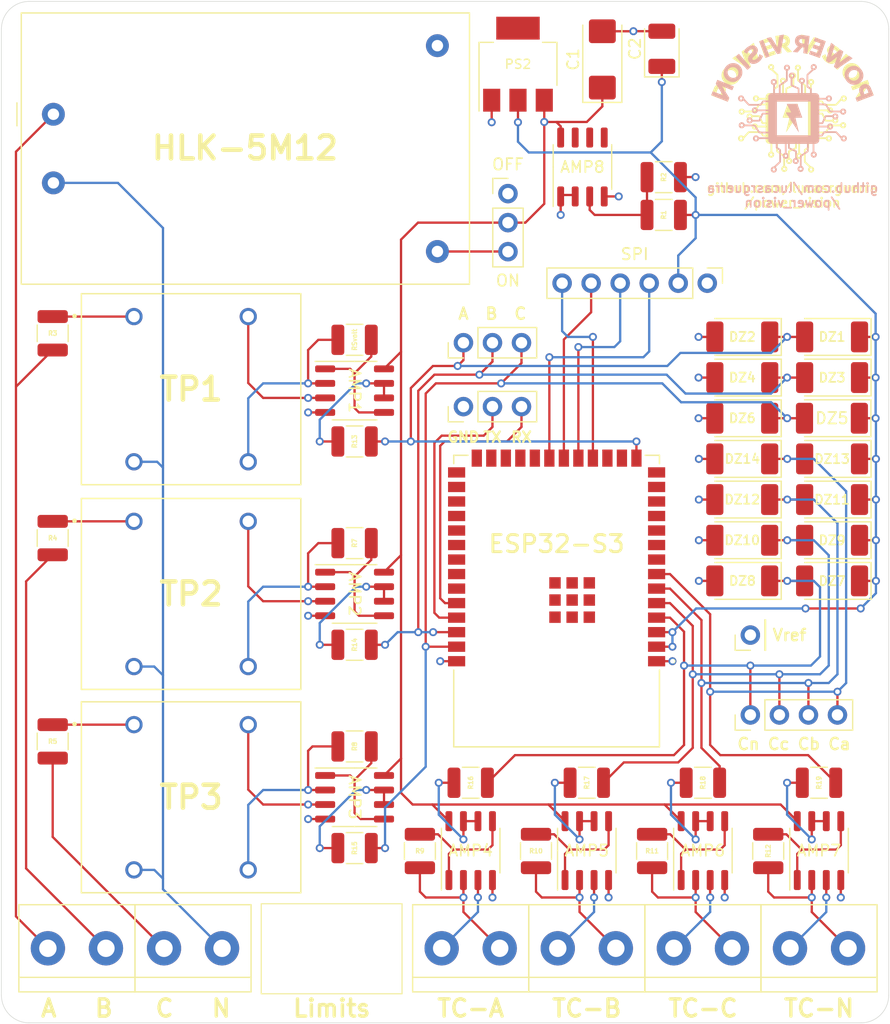
<source format=kicad_pcb>
(kicad_pcb (version 20221018) (generator pcbnew)
  (title_block (title "Power Vision V3.4 PCI") (date "26/06/2024") (rev "1.3") (company "linkedin.com/in/lucasrguerra") (comment 1 "github.com/lucasrguerra/power_vision"))
  (layers (0 "F.Cu" signal) (1 "In1.Cu" power) (2 "In2.Cu" power) (31 "B.Cu" signal) (34 "B.Paste" user) (35 "F.Paste" user) (36 "B.SilkS" user "B.Silkscreen") (37 "F.SilkS" user "F.Silkscreen") (38 "B.Mask" user) (39 "F.Mask" user) (44 "Edge.Cuts" user))
  (net 0 "")
  (net 1 "Line B")
  (net 2 "Line A")
  (net 3 "Neutral")
  (net 4 "Line C")
  (net 5 "Net-(R3-Pad1)")
  (net 6 "Net-(R4-Pad1)")
  (net 7 "Net-(R5-Pad1)")
  (net 8 "Vcc")
  (net 9 "GND")
  (net 10 "Current A")
  (net 11 "Current B")
  (net 12 "Current C")
  (net 13 "Current N")
  (net 14 "TC A-2")
  (net 15 "TC A-1")
  (net 16 "TP A-1")
  (net 17 "TP C-1")
  (net 18 "TP B-1")
  (net 19 "V1.65")
  (net 22 "TC B-2")
  (net 24 "Wave A")
  (net 25 "Wave B")
  (net 26 "Wave C")
  (net 27 "CS")
  (net 28 "MOSI")
  (net 44 "CLK")
  (net 46 "MISO")
  (net 50 "TC N-2")
  (net 51 "UART TX")
  (net 52 "UART RX")
  (net 54 "Vin")
  (net 55 "TC C-2")
  (net 56 "Net-(AMP1B-+)")
  (net 57 "Net-(AMP1B--)")
  (net 58 "Net-(AMP2B-+)")
  (net 59 "Net-(AMP2B--)")
  (net 60 "Net-(AMP3B-+)")
  (net 61 "Net-(AMP3B--)")
  (net 62 "Net-(AMP4B-+)")
  (net 63 "Net-(AMP4B--)")
  (net 64 "Net-(AMP5B-+)")
  (net 65 "Net-(AMP5B--)")
  (net 66 "Net-(AMP6B-+)")
  (net 67 "Net-(AMP6B--)")
  (net 68 "Net-(AMP7B-+)")
  (net 69 "Net-(AMP7B--)")
  (net 80 "Net-(PS1-+Vout)")
  (footprint "Package_SO:SO-8_3.9x4.9mm_P1.27mm" (layer "F.Cu") (at 138.0878 107.275)
    (fp_text reference "AMP3" hide)
    (fp_text value "TL082" hide)
  )
  (footprint "Diode_SMD:D_MELF" (layer "F.Cu") (at 172.0098 77.684 180)
    (fp_text reference "DZ14" hide)
    (fp_text value "3.3V" hide)
  )
  (footprint "Resistor_SMD:R_1210_3225Metric" (layer "F.Cu") (at 143.8028 111.974 -90)
    (fp_text reference "R9" hide)
    (fp_text value "Rcurr" hide)
  )
  (footprint "Package_SO:SO-8_3.9x4.9mm_P1.27mm" (layer "F.Cu") (at 158.0268 52.157 90)
    (fp_text reference "AMP8" hide)
    (fp_text value "TL082" hide)
  )
  (footprint "Diode_SMD:D_MELF" (layer "F.Cu") (at 172.0148 67.016 180)
    (fp_text reference "DZ2" hide)
    (fp_text value "3.3V" hide)
  )
  (footprint "SnapEDA Library:XFMR_ZMPT101B" (layer "F.Cu") (at 123.7838 89.495)
    (fp_text reference "TP2" hide)
    (fp_text value "ZMPT101B" hide)
  )
  (footprint "Resistor_SMD:R_1210_3225Metric" (layer "F.Cu") (at 138.0878 85.05)
    (fp_text reference "R7" hide)
    (fp_text value "RSvolt" hide)
  )
  (footprint "Converter_ACDC:Converter_ACDC_HiLink_HLK-5Mxx" (layer "F.Cu") (at 111.7345 47.546)
    (fp_text reference "PS1" hide)
    (fp_text value "HLK-5M12" hide)
  )
  (footprint "Resistor_SMD:R_1210_3225Metric" (layer "F.Cu") (at 148.2478 106.005 180)
    (fp_text reference "R16" hide)
    (fp_text value "50Ω" hide)
  )
  (footprint "LOGO" (layer "F.Cu") (at 176.402183 46.220535)
    (fp_text reference "G***" hide)
    (fp_text value "LOGO" hide)
  )
  (footprint "SnapEDA Library:XCVR_ESP32-S3-WROOM-2-N32R8V" (layer "F.Cu") (at 155.7658 90.117 180)
    (fp_text reference "MCU1" hide)
    (fp_text value "ESP32-S3-WROOM-1-N16R8" hide)
  )
  (footprint "Package_SO:SO-8_3.9x4.9mm_P1.27mm" (layer "F.Cu") (at 168.5678 111.939 90)
    (fp_text reference "AMP6" hide)
    (fp_text value "TL082" hide)
  )
  (footprint "Diode_SMD:D_MELF" (layer "F.Cu") (at 179.8708 77.684 180)
    (fp_text reference "DZ13" hide)
    (fp_text value "3.3V" hide)
  )
  (footprint "Package_SO:SO-8_3.9x4.9mm_P1.27mm" (layer "F.Cu") (at 148.2478 111.939 90)
    (fp_text reference "AMP4" hide)
    (fp_text value "TL082" hide)
  )
  (footprint "Resistor_SMD:R_1210_3225Metric" (layer "F.Cu") (at 158.4078 106.005 180)
    (fp_text reference "R17" hide)
    (fp_text value "50Ω" hide)
  )
  (footprint "Diode_SMD:D_MELF" (layer "F.Cu") (at 172.0098 74.128 180)
    (fp_text reference "DZ6" hide)
    (fp_text value "3.3V" hide)
  )
  (footprint "Diode_SMD:D_MELF" (layer "F.Cu") (at 179.8578 74.128 180)
    (fp_text reference "DZ5" hide)
    (fp_text value "3.3V" hide)
  )
  (footprint "SnapEDA Library:XFMR_ZMPT101B" (layer "F.Cu") (at 123.7838 71.588)
    (fp_text reference "TP1" hide)
    (fp_text value "ZMPT101B" hide)
  )
  (footprint "TerminalBlock:TerminalBlock_bornier-2_P5.08mm" (layer "F.Cu") (at 176.1878 120.483)
    (fp_text reference "J6" hide)
    (fp_text value "KF301-2P" hide)
  )
  (footprint "Resistor_SMD:R_1210_3225Metric" (layer "F.Cu") (at 111.6718 84.6075 -90)
    (fp_text reference "R4" hide)
    (fp_text value "RPvolt" hide)
  )
  (footprint "SnapEDA Library:XFMR_ZMPT101B" (layer "F.Cu") (at 123.7838 107.275)
    (fp_text reference "TP3" hide)
    (fp_text value "ZMPT101B" hide)
  )
  (footprint "Connector_PinHeader_2.54mm:PinHeader_1x03_P2.54mm_Vertical" (layer "F.Cu") (at 147.6128 73.112 90)
    (fp_text reference "P1" hide)
    (fp_text value "Pin Header" hide)
  )
  (footprint "Resistor_SMD:R_1210_3225Metric" (layer "F.Cu") (at 165.1388 53.046)
    (fp_text reference "R2" hide)
    (fp_text value "10kΩ" hide)
  )
  (footprint "Resistor_SMD:R_1210_3225Metric" (layer "F.Cu") (at 168.5678 106.005 180)
    (fp_text reference "R18" hide)
    (fp_text value "50Ω" hide)
  )
  (footprint "Resistor_SMD:R_1210_3225Metric" (layer "F.Cu") (at 164.1228 111.974 -90)
    (fp_text reference "R11" hide)
    (fp_text value "Rcurr" hide)
  )
  (footprint "Diode_SMD:D_MELF" (layer "F.Cu") (at 179.8708 81.24 180)
    (fp_text reference "DZ11" hide)
    (fp_text value "3.3V" hide)
  )
  (footprint "Connector_PinHeader_2.54mm:PinHeader_1x03_P2.54mm_Vertical" (layer "F.Cu") (at 151.511 54.483)
    (fp_text reference "SW1" hide)
    (fp_text value "SS-12D00G 4mm" hide)
  )
  (footprint "Resistor_SMD:R_1210_3225Metric" (layer "F.Cu") (at 138.0878 67.27)
    (fp_text reference "R6" hide)
    (fp_text value "RSvolt" hide)
  )
  (footprint "Diode_SMD:D_MELF" (layer "F.Cu") (at 179.8708 70.572 180)
    (fp_text reference "DZ3" hide)
    (fp_text value "3.3V" hide)
  )
  (footprint "Resistor_SMD:R_1210_3225Metric" (layer "F.Cu") (at 153.9628 111.974 -90)
    (fp_text reference "R10" hide)
    (fp_text value "Rcurr" hide)
  )
  (footprint "Resistor_SMD:R_1210_3225Metric" (layer "F.Cu") (at 111.6718 66.7005 -90)
    (fp_text reference "R3" hide)
    (fp_text value "RPvolt" hide)
  )
  (footprint "Resistor_SMD:R_1210_3225Metric" (layer "F.Cu") (at 174.2828 111.974 -90)
    (fp_text reference "R12" hide)
    (fp_text value "Rcurr" hide)
  )
  (footprint "Diode_SMD:D_MELF" (layer "F.Cu") (at 172.0098 81.24 180)
    (fp_text reference "DZ12" hide)
    (fp_text value "3.3V" hide)
  )
  (footprint "Capacitor_Tantalum_SMD:CP_EIA-3528-15_AVX-H" (layer "F.Cu") (at 164.973 41.82 90)
    (fp_text reference "C2")
    (fp_text value "10V 100µF" hide)
  )
  (footprint "TerminalBlock:TerminalBlock_bornier-2_P5.08mm" (layer "F.Cu") (at 145.7078 120.483)
    (fp_text reference "J3" hide)
    (fp_text value "KF301-2P" hide)
  )
  (footprint "TerminalBlock:TerminalBlock_bornier-2_P5.08mm" (layer "F.Cu") (at 111.252 120.483)
    (fp_text reference "J1" hide)
    (fp_text value "KF301-2P" hide)
  )
  (footprint "Resistor_SMD:R_1210_3225Metric" (layer "F.Cu") (at 178.7278 106.005 180)
    (fp_text reference "R19" hide)
    (fp_text value "50Ω" hide)
  )
  (footprint "Connector_PinHeader_2.54mm:PinHeader_1x03_P2.54mm_Vertical" (layer "F.Cu") (at 147.6128 67.524 90)
    (fp_text reference "P4" hide)
    (fp_text value "Pin Header" hide)
  )
  (footprint "Resistor_SMD:R_1210_3225Metric" (layer "F.Cu") (at 138.0878 111.72 180)
    (fp_text reference "R15" hide)
    (fp_text value "50Ω" hide)
  )
  (footprint "Diode_SMD:D_MELF" (layer "F.Cu") (at 179.8708 84.796 180)
    (fp_text reference "DZ9" hide)
    (fp_text value "3.3V" hide)
  )
  (footprint "Diode_SMD:D_MELF" (layer "F.Cu") (at 179.8708 88.352 180)
    (fp_text reference "DZ7" hide)
    (fp_text value "3.3V" hide)
  )
  (footprint "TerminalBlock:TerminalBlock_bornier-2_P5.08mm" (layer "F.Cu") (at 166.0278 120.483)
    (fp_text reference "J5" hide)
    (fp_text value "KF301-2P" hide)
  )
  (footprint "Resistor_SMD:R_1210_3225Metric" (layer "F.Cu") (at 111.6718 102.3875 -90)
    (fp_text reference "R5" hide)
    (fp_text value "RPvolt" hide)
  )
  (footprint "Connector_PinHeader_2.54mm:PinHeader_1x06_P2.54mm_Vertical" (layer "F.Cu") (at 168.9488 62.317 -90)
    (fp_text reference "P5" hide)
    (fp_text value "Pin Header" hide)
  )
  (footprint "Diode_SMD:D_MELF" (layer "F.Cu") (at 172.0148 70.572 180)
    (fp_text reference "DZ4" hide)
    (fp_text value "3.3V" hide)
  )
  (footprint "Connector_PinHeader_2.54mm:PinHeader_1x04_P2.54mm_Vertical" (layer "F.Cu") (at 172.72 100.076 90)
    (fp_text reference "P3" hide)
    (fp_text value "Pin Header" hide)
  )
  (footprint "Resistor_SMD:R_1210_3225Metric" (layer "F.Cu") (at 138.0878 76.16 180)
    (fp_text reference "R13" hide)
    (fp_text value "50Ω" hide)
  )
  (footprint "Diode_SMD:D_MELF" (layer "F.Cu") (at 179.8708 67.016 180)
    (fp_text reference "DZ1" hide)
    (fp_text value "3.3V" hide)
  )
  (footprint "Capacitor_Tantalum_SMD:CP_EIA-6032-20_AVX-F" (layer "F.Cu") (at 159.766 42.7495 90)
    (fp_text reference "C1")
    (fp_text value "25V 47µF" hide)
  )
  (footprint "Resistor_SMD:R_1210_3225Metric" (layer "F.Cu") (at 138.0878 102.83)
    (fp_text reference "R8" hide)
    (fp_text value "RSvolt" hide)
  )
  (footprint "TerminalBlock:TerminalBlock_bornier-2_P5.08mm" (layer "F.Cu") (at 121.412 120.483)
    (fp_text reference "J2" hide)
    (fp_text value "KF301-2P" hide)
  )
  (footprint "Connector_PinHeader_2.54mm:PinHeader_1x01_P2.54mm_Vertical" (layer "F.Cu") (at 172.72 93.091 90)
    (fp_text reference "P2" hide)
    (fp_text value "Pin Header" hide)
  )
  (footprint "Package_TO_SOT_SMD:SOT-223-3_TabPin2" (layer "F.Cu") (at 152.386 43.165 90)
    (fp_text reference "PS2" hide)
    (fp_text value "AMS1117-3.3" hide)
  )
  (footprint "Resistor_SMD:R_1210_3225Metric" (layer "F.Cu") (at 138.0878 93.94 180)
    (fp_text reference "R14" hide)
    (fp_text value "50Ω" hide)
  )
  (footprint "Diode_SMD:D_MELF" (layer "F.Cu") (at 172.0098 88.352 180)
    (fp_text reference "DZ8" hide)
    (fp_text value "3.3V" hide)
  )
  (footprint "Diode_SMD:D_MELF" (layer "F.Cu") (at 172.0098 84.796 180)
    (fp_text reference "DZ10" hide)
    (fp_text value "3.3V" hide)
  )
  (footprint "Package_SO:SO-8_3.9x4.9mm_P1.27mm" (layer "F.Cu") (at 178.7278 111.939 90)
    (fp_text reference "AMP7" hide)
    (fp_text value "TL082" hide)
  )
  (footprint "Package_SO:SO-8_3.9x4.9mm_P1.27mm" (layer "F.Cu") (at 158.4078 111.939 90)
    (fp_text reference "AMP5" hide)
    (fp_text value "TL082" hide)
  )
  (footprint "Resistor_SMD:R_1210_3225Metric" (layer "F.Cu") (at 165.1388 56.348 180)
    (fp_text reference "R1" hide)
    (fp_text value "10kΩ" hide)
  )
  (footprint "TerminalBlock:TerminalBlock_bornier-2_P5.08mm" (layer "F.Cu") (at 155.8678 120.483)
    (fp_text reference "J4" hide)
    (fp_text value "KF301-2P" hide)
  )
  (footprint "Package_SO:SO-8_3.9x4.9mm_P1.27mm" (layer "F.Cu") (at 138.0878 89.495)
    (fp_text reference "AMP2" hide)
    (fp_text value "TL082" hide)
  )
  (footprint "Package_SO:SO-8_3.9x4.9mm_P1.27mm" (layer "F.Cu") (at 138.0878 71.715)
    (fp_text reference "AMP1" hide)
    (fp_text value "TL082" hide)
  )
  (footprint "LOGO" (layer "B.Cu") (at 176.402183 46.220535 180)
    (fp_text reference "G***" hide)
    (fp_text value "LOGO" hide)
  )
  (gr_line (start 129.921 116.586) (end 142.24 116.586) (stroke (width 0.1)) (layer "F.SilkS"))
  (gr_line (start 142.24 124.46) (end 129.921 124.46) (stroke (width 0.1)) (layer "F.SilkS"))
  (gr_line (start 129.921 124.46) (end 129.921 116.586) (stroke (width 0.1)) (layer "F.SilkS"))
  (gr_line (start 142.24 116.586) (end 142.24 124.46) (stroke (width 0.1)) (layer "F.SilkS"))
  (gr_arc (start 182.4108 37.679) (mid 184.117049 38.385751) (end 184.8238 40.092) (stroke (width 0.05)) (layer "Edge.Cuts"))
  (gr_line (start 182.4108 37.679) (end 109.601 37.679) (stroke (width 0.05)) (layer "Edge.Cuts"))
  (gr_arc (start 184.8238 124.587) (mid 184.117049 126.293249) (end 182.4108 127) (stroke (width 0.05)) (layer "Edge.Cuts"))
  (gr_arc (start 109.601 127) (mid 107.894751 126.293249) (end 107.188 124.587) (stroke (width 0.05)) (layer "Edge.Cuts"))
  (gr_line (start 107.188 40.092) (end 107.188 124.587) (stroke (width 0.05)) (layer "Edge.Cuts"))
  (gr_line (start 184.8238 124.587) (end 184.8238 40.092) (stroke (width 0.05)) (layer "Edge.Cuts"))
  (gr_line (start 109.601 127) (end 182.4108 127) (stroke (width 0.05)) (layer "Edge.Cuts"))
  (gr_arc (start 107.188 40.092) (mid 107.894751 38.385751) (end 109.601 37.679) (stroke (width 0.05)) (layer "Edge.Cuts"))
  (gr_text "github.com/lucasrguerra\n/power_vision" (at 176.402183 55.745535) (layer "B.SilkS") (effects (font (size 0.8 0.8) (thickness 0.15) bold) (justify bottom mirror)))
  (gr_text "github.com/lucasrguerra\n/power_vision" (at 176.402183 55.745535) (layer "F.SilkS") (effects (font (size 0.8 0.8) (thickness 0.15) bold) (justify bottom)))
  (gr_text "Limits" (at 136.0932 125.73) (layer "F.SilkS") (effects (font (size 1.5 1.5) (thickness 0.3) bold)))
  (segment (start 111.6718 86.07) (end 109.347 88.3948) (width 0.2) (layer "F.Cu") (net 1))
  (segment (start 109.347 88.3948) (end 109.347 113.498) (width 0.2) (layer "F.Cu") (net 1))
  (segment (start 109.347 113.498) (end 116.332 120.483) (width 0.2) (layer "F.Cu") (net 1))
  (segment (start 108.4608 71.374) (end 111.6718 68.163) (width 0.2) (layer "F.Cu") (net 2))
  (segment (start 111.252 120.483) (end 108.458 117.689) (width 0.2) (layer "F.Cu") (net 2))
  (segment (start 108.458 71.374) (end 108.4608 71.374) (width 0.2) (layer "F.Cu") (net 2))
  (segment (start 108.458 117.689) (end 108.458 50.8225) (width 0.2) (layer "F.Cu") (net 2))
  (segment (start 108.458 50.8225) (end 111.7345 47.546) (width 0.2) (layer "F.Cu") (net 2))
  (segment (start 121.3238 115.3148) (end 121.3238 78.446) (width 0.2) (layer "B.Cu") (net 3))
  (segment (start 121.3238 78.446) (end 121.2603 78.3825) (width 0.2) (layer "B.Cu") (net 3))
  (segment (start 120.8158 77.938) (end 118.7838 77.938) (width 0.2) (layer "B.Cu") (net 3))
  (segment (start 117.3788 53.546) (end 111.7345 53.546) (width 0.2) (layer "B.Cu") (net 3))
  (segment (start 120.5618 113.625) (end 121.3238 114.387) (width 0.2) (layer "B.Cu") (net 3))
  (segment (start 120.5618 95.845) (end 121.3238 96.607) (width 0.2) (layer "B.Cu") (net 3))
  (segment (start 121.2603 78.3825) (end 121.3238 78.319) (width 0.2) (layer "B.Cu") (net 3))
  (segment (start 126.492 120.483) (end 121.3238 115.3148) (width 0.2) (layer "B.Cu") (net 3))
  (segment (start 121.3238 57.491) (end 117.3788 53.546) (width 0.2) (layer "B.Cu") (net 3))
  (segment (start 118.7838 113.625) (end 120.5618 113.625) (width 0.2) (layer "B.Cu") (net 3))
  (segment (start 118.7838 95.845) (end 120.5618 95.845) (width 0.2) (layer "B.Cu") (net 3))
  (segment (start 121.3238 78.319) (end 121.3238 57.491) (width 0.2) (layer "B.Cu") (net 3))
  (segment (start 121.2603 78.3825) (end 120.8158 77.938) (width 0.2) (layer "B.Cu") (net 3))
  (segment (start 111.6718 103.85) (end 111.6718 110.7428) (width 0.2) (layer "F.Cu") (net 4))
  (segment (start 111.6718 110.7428) (end 121.412 120.483) (width 0.2) (layer "F.Cu") (net 4))
  (segment (start 111.6718 65.238) (end 118.7838 65.238) (width 0.2) (layer "F.Cu") (net 5))
  (segment (start 111.6718 83.145) (end 118.7838 83.145) (width 0.2) (layer "F.Cu") (net 6))
  (segment (start 111.6718 100.925) (end 118.7838 100.925) (width 0.2) (layer "F.Cu") (net 7))
  (segment (start 183.6808 67.016) (end 182.2708 67.016) (width 0.2) (layer "F.Cu") (net 8))
  (segment (start 167.9328 56.348) (end 166.6013 56.348) (width 0.2) (layer "F.Cu") (net 8))
  (segment (start 183.7068 88.352) (end 182.2708 88.352) (width 0.2) (layer "F.Cu") (net 8))
  (segment (start 164.5158 92.837) (end 165.9008 92.837) (width 0.2) (layer "F.Cu") (net 8))
  (segment (start 183.7068 77.684) (end 182.2708 77.684) (width 0.2) (layer "F.Cu") (net 8))
  (segment (start 182.2578 74.128) (end 183.6808 74.128) (width 0.2) (layer "F.Cu") (net 8))
  (segment (start 182.2708 70.572) (end 183.6808 70.572) (width 0.2) (layer "F.Cu") (net 8))
  (segment (start 183.7068 81.24) (end 182.2708 81.24) (width 0.2) (layer "F.Cu") (net 8))
  (segment (start 152.386 48.245) (end 152.386 46.315) (width 0.2) (layer "F.Cu") (net 8))
  (segment (start 164.973 44.7294) (end 164.973 43.3575) (width 0.2) (layer "F.Cu") (net 8))
  (segment (start 164.5158 94.107) (end 165.9008 94.107) (width 0.2) (layer "F.Cu") (net 8))
  (segment (start 182.372 90.765) (end 177.546 90.765) (width 0.2) (layer "F.Cu") (net 8))
  (segment (start 183.7068 84.796) (end 182.2838 84.796) (width 0.2) (layer "F.Cu") (net 8))
  (via (at 152.386 48.245) (size 0.7) (drill 0.4) (layers "F.Cu" "B.Cu") (net 8))
  (via (at 183.7068 77.684) (size 0.7) (drill 0.4) (layers "F.Cu" "B.Cu") (net 8))
  (via (at 177.546 90.765) (size 0.7) (drill 0.4) (layers "F.Cu" "B.Cu") (net 8))
  (via (at 167.9328 56.348) (size 0.7) (drill 0.4) (layers "F.Cu" "B.Cu") (net 8))
  (via (at 183.6808 67.016) (size 0.7) (drill 0.4) (layers "F.Cu" "B.Cu") (net 8))
  (via (at 183.7068 88.352) (size 0.7) (drill 0.4) (layers "F.Cu" "B.Cu") (net 8))
  (via (at 164.973 44.7294) (size 0.7) (drill 0.4) (layers "F.Cu" "B.Cu") (net 8))
  (via (at 183.7068 84.796) (size 0.7) (drill 0.4) (layers "F.Cu" "B.Cu") (net 8))
  (via (at 165.9008 94.107) (size 0.7) (drill 0.4) (layers "F.Cu" "B.Cu") (net 8))
  (via (at 165.9008 92.837) (size 0.7) (drill 0.4) (layers "F.Cu" "B.Cu") (net 8))
  (via (at 183.6808 74.128) (size 0.7) (drill 0.4) (layers "F.Cu" "B.Cu") (net 8))
  (via (at 182.372 90.765) (size 0.7) (drill 0.4) (layers "F.Cu" "B.Cu") (net 8))
  (via (at 183.7068 81.24) (size 0.7) (drill 0.4) (layers "F.Cu" "B.Cu") (net 8))
  (via (at 183.6808 70.572) (size 0.7) (drill 0.4) (layers "F.Cu" "B.Cu") (net 8))
  (segment (start 152.386 48.245) (end 152.386 49.9452) (width 0.2) (layer "B.Cu") (net 8))
  (segment (start 177.546 90.765) (end 167.9728 90.765) (width 0.2) (layer "B.Cu") (net 8))
  (segment (start 165.9008 92.837) (end 165.9008 94.107) (width 0.2) (layer "B.Cu") (net 8))
  (segment (start 153.3278 50.887) (end 163.9958 50.887) (width 0.2) (layer "B.Cu") (net 8))
  (segment (start 183.6808 74.128) (end 183.6808 70.572) (width 0.2) (layer "B.Cu") (net 8))
  (segment (start 164.973 49.9098) (end 164.973 44.7294) (width 0.2) (layer "B.Cu") (net 8))
  (segment (start 182.372 90.765) (end 183.7068 89.4302) (width 0.2) (layer "B.Cu") (net 8))
  (segment (start 167.9328 58.38) (end 166.4088 59.904) (width 0.2) (layer "B.Cu") (net 8))
  (segment (start 183.7068 89.4302) (end 183.7068 88.352) (width 0.2) (layer "B.Cu") (net 8))
  (segment (start 166.4088 59.904) (end 166.4088 62.317) (width 0.2) (layer "B.Cu") (net 8))
  (segment (start 167.9328 54.824) (end 167.9328 56.348) (width 0.2) (layer "B.Cu") (net 8))
  (segment (start 183.7068 84.796) (end 183.7068 81.24) (width 0.2) (layer "B.Cu") (net 8))
  (segment (start 167.9728 90.765) (end 165.9008 92.837) (width 0.2) (layer "B.Cu") (net 8))
  (segment (start 183.7068 88.352) (end 183.7068 84.796) (width 0.2) (layer "B.Cu") (net 8))
  (segment (start 163.9958 50.887) (end 167.9328 54.824) (width 0.2) (layer "B.Cu") (net 8))
  (segment (start 183.7068 77.684) (end 183.7068 74.154) (width 0.2) (layer "B.Cu") (net 8))
  (segment (start 167.9328 56.348) (end 167.9328 58.38) (width 0.2) (layer "B.Cu") (net 8))
  (segment (start 183.6808 67.016) (end 183.6808 64.984) (width 0.2) (layer "B.Cu") (net 8))
  (segment (start 183.7068 74.154) (end 183.6808 74.128) (width 0.2) (layer "B.Cu") (net 8))
  (segment (start 183.6808 67.016) (end 183.6808 70.572) (width 0.2) (layer "B.Cu") (net 8))
  (segment (start 152.386 49.9452) (end 153.3278 50.887) (width 0.2) (layer "B.Cu") (net 8))
  (segment (start 183.6808 64.984) (end 175.0448 56.348) (width 0.2) (layer "B.Cu") (net 8))
  (segment (start 175.0448 56.348) (end 167.9328 56.348) (width 0.2) (layer "B.Cu") (net 8))
  (segment (start 163.9958 50.887) (end 164.973 49.9098) (width 0.2) (layer "B.Cu") (net 8))
  (segment (start 183.7068 81.24) (end 183.7068 77.684) (width 0.2) (layer "B.Cu") (net 8))
  (segment (start 150.1528 116.038) (end 150.1528 114.514) (width 0.2) (layer "F.Cu") (net 9))
  (segment (start 166.609565 53.037735) (end 166.6013 53.046) (width 0.2) (layer "F.Cu") (net 9))
  (segment (start 134.0238 109.18) (end 135.5128 109.18) (width 0.2) (layer "F.Cu") (net 9))
  (segment (start 168.1868 74.128) (end 169.6098 74.128) (width 0.2) (layer "F.Cu") (net 9))
  (segment (start 168.1868 70.572) (end 169.6148 70.572) (width 0.2) (layer "F.Cu") (net 9))
  (segment (start 167.924349 53.037735) (end 166.609565 53.037735) (width 0.2) (layer "F.Cu") (net 9))
  (segment (start 168.2128 88.352) (end 169.6098 88.352) (width 0.2) (layer "F.Cu") (net 9))
  (segment (start 168.2128 84.796) (end 169.6098 84.796) (width 0.2) (layer "F.Cu") (net 9))
  (segment (start 162.4812 40.287) (end 162.4838 40.2844) (width 0.2) (layer "F.Cu") (net 9))
  (segment (start 162.4857 40.2825) (end 164.973 40.2825) (width 0.2) (layer "F.Cu") (net 9))
  (segment (start 145.5808 95.377) (end 147.0158 95.377) (width 0.2) (layer "F.Cu") (net 9))
  (segment (start 168.1868 67.016) (end 169.6148 67.016) (width 0.2) (layer "F.Cu") (net 9))
  (segment (start 168.2128 81.24) (end 169.6098 81.24) (width 0.2) (layer "F.Cu") (net 9))
  (segment (start 150.086 48.245) (end 150.086 46.315) (width 0.2) (layer "F.Cu") (net 9))
  (segment (start 170.4728 116.038) (end 170.4728 114.514) (width 0.2) (layer "F.Cu") (net 9))
  (segment (start 164.5158 95.377) (end 165.9008 95.377) (width 0.2) (layer "F.Cu") (net 9))
  (segment (start 162.4838 40.2844) (end 162.4857 40.2825) (width 0.2) (layer "F.Cu") (net 9))
  (segment (start 159.766 40.287) (end 162.4812 40.287) (width 0.2) (layer "F.Cu") (net 9))
  (segment (start 160.3128 116.038) (end 160.3128 114.514) (width 0.2) (layer "F.Cu") (net 9))
  (segment (start 134.0238 73.62) (end 135.5128 73.62) (width 0.2) (layer "F.Cu") (net 9))
  (segment (start 180.6328 116.038) (end 180.6328 114.514) (width 0.2) (layer "F.Cu") (net 9))
  (segment (start 168.2128 77.684) (end 169.6098 77.684) (width 0.2) (layer "F.Cu") (net 9))
  (segment (start 159.9318 54.732) (end 161.2018 54.732) (width 0.2) (layer "F.Cu") (net 9))
  (segment (start 134.0238 91.4) (end 135.5128 91.4) (width 0.2) (layer "F.Cu") (net 9))
  (via (at 134.0238 91.4) (size 0.7) (drill 0.4) (layers "F.Cu" "B.Cu") (net 9))
  (via (at 134.0238 109.18) (size 0.7) (drill 0.4) (layers "F.Cu" "B.Cu") (net 9))
  (via (at 168.1868 74.128) (size 0.7) (drill 0.4) (layers "F.Cu" "B.Cu") (net 9))
  (via (at 167.924349 53.037735) (size 0.7) (drill 0.4) (layers "F.Cu" "B.Cu") (net 9))
  (via (at 180.6328 116.038) (size 0.7) (drill 0.4) (layers "F.Cu" "B.Cu") (net 9))
  (via (at 168.2128 81.24) (size 0.7) (drill 0.4) (layers "F.Cu" "B.Cu") (net 9))
  (via (at 161.2018 54.732) (size 0.7) (drill 0.4) (layers "F.Cu" "B.Cu") (net 9))
  (via (at 160.3128 116.038) (size 0.7) (drill 0.4) (layers "F.Cu" "B.Cu") (net 9))
  (via (at 168.1868 67.016) (size 0.7) (drill 0.4) (layers "F.Cu" "B.Cu") (net 9))
  (via (at 168.1868 70.572) (size 0.7) (drill 0.4) (layers "F.Cu" "B.Cu") (net 9))
  (via (at 150.086 48.245) (size 0.7) (drill 0.4) (layers "F.Cu" "B.Cu") (net 9))
  (via (at 168.2128 77.684) (size 0.7) (drill 0.4) (layers "F.Cu" "B.Cu") (net 9))
  (via (at 145.5808 95.377) (size 0.7) (drill 0.4) (layers "F.Cu" "B.Cu") (net 9))
  (via (at 134.0238 73.62) (size 0.7) (drill 0.4) (layers "F.Cu" "B.Cu") (net 9))
  (via (at 165.9008 95.377) (size 0.7) (drill 0.4) (layers "F.Cu" "B.Cu") (net 9))
  (via (at 150.1528 116.038) (size 0.7) (drill 0.4) (layers "F.Cu" "B.Cu") (net 9))
  (via (at 162.4838 40.2844) (size 0.7) (drill 0.4) (layers "F.Cu" "B.Cu") (net 9))
  (via (at 168.2128 88.352) (size 0.7) (drill 0.4) (layers "F.Cu" "B.Cu") (net 9))
  (via (at 168.2128 84.796) (size 0.7) (drill 0.4) (layers "F.Cu" "B.Cu") (net 9))
  (via (at 170.4728 116.038) (size 0.7) (drill 0.4) (layers "F.Cu" "B.Cu") (net 9))
  (segment (start 175.9468 88.352) (end 177.4708 88.352) (width 0.2) (layer "F.Cu") (net 10))
  (segment (start 166.9168 92.797) (end 166.9168 102.703) (width 0.2) (layer "F.Cu") (net 10))
  (segment (start 175.9468 88.352) (end 174.4098 88.352) (width 0.2) (layer "F.Cu") (net 10))
  (segment (start 172.72 95.758) (end 172.72 100.076) (width 0.2) (layer "F.Cu") (net 10))
  (segment (start 152.1233 103.592) (end 149.7103 106.005) (width 0.2) (layer "F.Cu") (net 10))
  (segment (start 165.6868 91.567) (end 166.9168 92.797) (width 0.2) (layer "F.Cu") (net 10))
  (segment (start 166.0278 103.592) (end 152.1233 103.592) (width 0.2) (layer "F.Cu") (net 10))
  (segment (start 166.9168 102.703) (end 166.0278 103.592) (width 0.2) (layer "F.Cu") (net 10))
  (segment (start 164.5158 91.567) (end 165.6868 91.567) (width 0.2) (layer "F.Cu") (net 10))
  (via (at 172.72 95.758) (size 0.7) (drill 0.4) (layers "F.Cu" "B.Cu") (net 10))
  (via (at 166.9168 95.758) (size 0.7) (drill 0.4) (layers "F.Cu" "B.Cu") (net 10))
  (via (at 175.9468 88.352) (size 0.7) (drill 0.4) (layers "F.Cu" "B.Cu") (net 10))
  (segment (start 178.816 94.96425) (end 178.816 88.9) (width 0.2) (layer "B.Cu") (net 10))
  (segment (start 178.02225 95.758) (end 178.816 94.96425) (width 0.2) (layer "B.Cu") (net 10))
  (segment (start 178.816 88.9) (end 178.268 88.352) (width 0.2) (layer "B.Cu") (net 10))
  (segment (start 178.268 88.352) (end 175.9468 88.352) (width 0.2) (layer "B.Cu") (net 10))
  (segment (start 166.9168 95.758) (end 178.02225 95.758) (width 0.2) (layer "B.Cu") (net 10))
  (segment (start 167.6788 102.957) (end 167.6788 92.289) (width 0.2) (layer "F.Cu") (net 11))
  (segment (start 161.6483 104.227) (end 166.4088 104.227) (width 0.2) (layer "F.Cu") (net 11))
  (segment (start 167.6788 92.289) (end 165.6868 90.297) (width 0.2) (layer "F.Cu") (net 11))
  (segment (start 174.4098 84.796) (end 175.9468 84.796) (width 0.2) (layer "F.Cu") (net 11))
  (segment (start 175.9468 84.796) (end 177.4708 84.796) (width 0.2) (layer "F.Cu") (net 11))
  (segment (start 159.8703 106.005) (end 161.6483 104.227) (width 0.2) (layer "F.Cu") (net 11))
  (segment (start 175.26 96.52) (end 175.26 100.076) (width 0.2) (layer "F.Cu") (net 11))
  (segment (start 165.6868 90.297) (end 164.5158 90.297) (width 0.2) (layer "F.Cu") (net 11))
  (segment (start 166.4088 104.227) (end 167.6788 102.957) (width 0.2) (layer "F.Cu") (net 11))
  (via (at 167.6788 96.52) (size 0.7) (drill 0.4) (layers "F.Cu" "B.Cu") (net 11))
  (via (at 175.26 96.52) (size 0.7) (drill 0.4) (layers "F.Cu" "B.Cu") (net 11))
  (via (at 175.9468 84.796) (size 0.7) (drill 0.4) (layers "F.Cu" "B.Cu") (net 11))
  (segment (start 167.6788 96.52) (end 178.816 96.52) (width 0.2) (layer "B.Cu") (net 11))
  (segment (start 178.268 84.796) (end 175.9468 84.796) (width 0.2) (layer "B.Cu") (net 11))
  (segment (start 178.816 96.52) (end 179.578 95.758) (width 0.2) (layer "B.Cu") (net 11))
  (segment (start 179.578 95.758) (end 179.578 86.106) (width 0.2) (layer "B.Cu") (net 11))
  (segment (start 179.578 86.106) (end 178.268 84.796) (width 0.2) (layer "B.Cu") (net 11))
  (segment (start 170.0303 104.5465) (end 168.4408 102.957) (width 0.2) (layer "F.Cu") (net 12))
  (segment (start 170.0303 106.005) (end 170.0303 104.5465) (width 0.2) (layer "F.Cu") (net 12))
  (segment (start 168.4408 91.781) (end 165.6868 89.027) (width 0.2) (layer "F.Cu") (net 12))
  (segment (start 168.4408 102.957) (end 168.4408 91.781) (width 0.2) (layer "F.Cu") (net 12))
  (segment (start 175.9468 81.24) (end 177.4708 81.24) (width 0.2) (layer "F.Cu") (net 12))
  (segment (start 165.6868 89.027) (end 164.5158 89.027) (width 0.2) (layer "F.Cu") (net 12))
  (segment (start 175.9468 81.24) (end 174.4098 81.24) (width 0.2) (layer "F.Cu") (net 12))
  (segment (start 177.8 97.282) (end 177.8 100.076) (width 0.2) (layer "F.Cu") (net 12))
  (via (at 175.9468 81.24) (size 0.7) (drill 0.4) (layers "F.Cu" "B.Cu") (net 12))
  (via (at 177.8 97.282) (size 0.7) (drill 0.4) (layers "F.Cu" "B.Cu") (net 12))
  (via (at 168.4408 97.282) (size 0.7) (drill 0.4) (layers "F.Cu" "B.Cu") (net 12))
  (segment (start 180.34 96.52) (end 180.34 83.312) (width 0.2) (layer "B.Cu") (net 12))
  (segment (start 179.578 97.282) (end 180.34 96.52) (width 0.2) (layer "B.Cu") (net 12))
  (segment (start 178.268 81.24) (end 175.9468 81.24) (width 0.2) (layer "B.Cu") (net 12))
  (segment (start 168.4408 97.282) (end 179.578 97.282) (width 0.2) (layer "B.Cu") (net 12))
  (segment (start 180.34 83.312) (end 178.268 81.24) (width 0.2) (layer "B.Cu") (net 12))
  (segment (start 170.0918 103.592) (end 169.2028 102.703) (width 0.2) (layer "F.Cu") (net 13))
  (segment (start 175.9468 77.684) (end 177.4708 77.684) (width 0.2) (layer "F.Cu") (net 13))
  (segment (start 169.2028 102.703) (end 169.2028 91.273) (width 0.2) (layer "F.Cu") (net 13))
  (segment (start 165.6868 87.757) (end 164.5158 87.757) (width 0.2) (layer "F.Cu") (net 13))
  (segment (start 180.34 98.044) (end 180.34 100.076) (width 0.2) (layer "F.Cu") (net 13))
  (segment (start 169.2028 91.273) (end 165.6868 87.757) (width 0.2) (layer "F.Cu") (net 13))
  (segment (start 175.9468 77.684) (end 174.4098 77.684) (width 0.2) (layer "F.Cu") (net 13))
  (segment (start 177.7773 103.592) (end 170.0918 103.592) (width 0.2) (layer "F.Cu") (net 13))
  (segment (start 180.1903 106.005) (end 177.7773 103.592) (width 0.2) (layer "F.Cu") (net 13))
  (via (at 180.34 98.044) (size 0.7) (drill 0.4) (layers "F.Cu" "B.Cu") (net 13))
  (via (at 169.2028 98.044) (size 0.7) (drill 0.4) (layers "F.Cu" "B.Cu") (net 13))
  (via (at 175.9468 77.684) (size 0.7) (drill 0.4) (layers "F.Cu" "B.Cu") (net 13))
  (segment (start 181.102 80.518) (end 178.268 77.684) (width 0.2) (layer "B.Cu") (net 13))
  (segment (start 181.102 97.282) (end 181.102 80.518) (width 0.2) (layer "B.Cu") (net 13))
  (segment (start 169.2028 98.044) (end 180.34 98.044) (width 0.2) (layer "B.Cu") (net 13))
  (segment (start 180.34 98.044) (end 181.102 97.282) (width 0.2) (layer "B.Cu") (net 13))
  (segment (start 178.268 77.684) (end 175.9468 77.684) (width 0.2) (layer "B.Cu") (net 13))
  (segment (start 144.3108 116.038) (end 147.6128 116.038) (width 0.2) (layer "F.Cu") (net 14))
  (segment (start 143.8028 113.4365) (end 143.8028 115.53) (width 0.2) (layer "F.Cu") (net 14))
  (segment (start 143.8028 115.53) (end 144.3108 116.038) (width 0.2) (layer "F.Cu") (net 14))
  (segment (start 150.7878 120.483) (end 147.6128 117.308) (width 0.2) (layer "F.Cu") (net 14))
  (segment (start 147.6128 116.038) (end 147.6128 114.514) (width 0.2) (layer "F.Cu") (net 14))
  (segment (start 147.6128 117.308) (end 147.6128 116.038) (width 0.2) (layer "F.Cu") (net 14))
  (via (at 147.6128 116.038) (size 0.7) (drill 0.4) (layers "F.Cu" "B.Cu") (net 14))
  (segment (start 128.7838 100.925) (end 128.7838 106.607) (width 0.2) (layer "F.Cu") (net 15))
  (segment (start 130.0868 107.91) (end 134.0238 107.91) (width 0.2) (layer "F.Cu") (net 15))
  (segment (start 130.0868 72.35) (end 134.0238 72.35) (width 0.2) (layer "F.Cu") (net 15))
  (segment (start 135.5128 72.35) (end 134.0238 72.35) (width 0.2) (layer "F.Cu") (net 15))
  (segment (start 159.0428 116.038) (end 159.0428 114.514) (width 0.2) (layer "F.Cu") (net 15))
  (segment (start 179.3628 116.038) (end 179.3628 114.514) (width 0.2) (layer "F.Cu") (net 15))
  (segment (start 135.5128 107.91) (end 134.0238 107.91) (width 0.2) (layer "F.Cu") (net 15))
  (segment (start 128.7838 71.047) (end 130.0868 72.35) (width 0.2) (layer "F.Cu") (net 15))
  (segment (start 148.8828 116.038) (end 148.8828 114.514) (width 0.2) (layer "F.Cu") (net 15))
  (segment (start 128.7838 88.827) (end 128.7838 83.145) (width 0.2) (layer "F.Cu") (net 15))
  (segment (start 134.0238 90.13) (end 130.0868 90.13) (width 0.2) (layer "F.Cu") (net 15))
  (segment (start 156.1218 56.348) (end 156.1218 54.732) (width 0.2) (layer "F.Cu") (net 15))
  (segment (start 128.7838 65.238) (end 128.7838 71.047) (width 0.2) (layer "F.Cu") (net 15))
  (segment (start 135.5128 90.13) (end 134.0238 90.13) (width 0.2) (layer "F.Cu") (net 15))
  (segment (start 156.1218 54.605) (end 157.3918 54.605) (width 0.2) (layer "F.Cu") (net 15))
  (segment (start 169.2028 116.038) (end 169.2028 114.514) (width 0.2) (layer "F.Cu") (net 15))
  (segment (start 128.7838 106.607) (end 130.0868 107.91) (width 0.2) (layer "F.Cu") (net 15))
  (segment (start 130.0868 90.13) (end 128.7838 88.827) (width 0.2) (layer "F.Cu") (net 15))
  (via (at 179.3628 116.038) (size 0.7) (drill 0.4) (layers "F.Cu" "B.Cu") (net 15))
  (via (at 148.8828 116.038) (size 0.7) (drill 0.4) (layers "F.Cu" "B.Cu") (net 15))
  (via (at 169.2028 116.038) (size 0.7) (drill 0.4) (layers "F.Cu" "B.Cu") (net 15))
  (via (at 159.0428 116.038) (size 0.7) (drill 0.4) (layers "F.Cu" "B.Cu") (net 15))
  (via (at 134.0238 90.13) (size 0.7) (drill 0.4) (layers "F.Cu" "B.Cu") (net 15))
  (via (at 156.1218 56.348) (size 0.7) (drill 0.4) (layers "F.Cu" "B.Cu") (net 15))
  (via (at 134.0238 72.35) (size 0.7) (drill 0.4) (layers "F.Cu" "B.Cu") (net 15))
  (via (at 134.0238 107.91) (size 0.7) (drill 0.4) (layers "F.Cu" "B.Cu") (net 15))
  (segment (start 179.3628 117.308) (end 179.3628 116.038) (width 0.2) (layer "B.Cu") (net 15))
  (segment (start 145.7078 120.483) (end 148.8828 117.308) (width 0.2) (layer "B.Cu") (net 15))
  (segment (start 176.1878 120.483) (end 179.3628 117.308) (width 0.2) (layer "B.Cu") (net 15))
  (segment (start 169.2028 117.308) (end 169.2028 116.038) (width 0.2) (layer "B.Cu") (net 15))
  (segment (start 155.8678 120.483) (end 159.0428 117.308) (width 0.2) (layer "B.Cu") (net 15))
  (segment (start 166.0278 120.483) (end 169.2028 117.308) (width 0.2) (layer "B.Cu") (net 15))
  (segment (start 148.8828 117.308) (end 148.8828 116.038) (width 0.2) (layer "B.Cu") (net 15))
  (segment (start 159.0428 117.308) (end 159.0428 116.038) (width 0.2) (layer "B.Cu") (net 15))
  (segment (start 134.9128 67.27) (end 136.6253 67.27) (width 0.2) (layer "F.Cu") (net 16))
  (segment (start 134.0238 68.159) (end 134.9128 67.27) (width 0.2) (layer "F.Cu") (net 16))
  (segment (start 134.0238 71.08) (end 134.0238 68.159) (width 0.2) (layer "F.Cu") (net 16))
  (segment (start 135.5128 71.08) (end 134.0238 71.08) (width 0.2) (layer "F.Cu") (net 16))
  (via (at 134.0238 71.08) (size 0.7) (drill 0.4) (layers "F.Cu" "B.Cu") (net 16))
  (segment (start 130.0868 71.08) (end 134.0238 71.08) (width 0.2) (layer "B.Cu") (net 16))
  (segment (start 128.7838 77.938) (end 128.7838 72.383) (width 0.2) (layer "B.Cu") (net 16))
  (segment (start 128.7838 72.383) (end 130.0868 71.08) (width 0.2) (layer "B.Cu") (net 16))
  (segment (start 135.5128 106.64) (end 134.0238 106.64) (width 0.2) (layer "F.Cu") (net 17))
  (segment (start 134.0238 103.211) (end 134.4048 102.83) (width 0.2) (layer "F.Cu") (net 17))
  (segment (start 134.0238 106.64) (end 134.0238 103.211) (width 0.2) (layer "F.Cu") (net 17))
  (segment (start 134.4048 102.83) (end 136.6253 102.83) (width 0.2) (layer "F.Cu") (net 17))
  (via (at 134.0238 106.64) (size 0.7) (drill 0.4) (layers "F.Cu" "B.Cu") (net 17))
  (segment (start 130.0868 106.64) (end 128.7838 107.943) (width 0.2) (layer "B.Cu") (net 17))
  (segment (start 134.0238 106.64) (end 130.0868 106.64) (width 0.2) (layer "B.Cu") (net 17))
  (segment (start 128.7838 107.943) (end 128.7838 113.625) (width 0.2) (layer "B.Cu") (net 17))
  (segment (start 136.6253 85.05) (end 134.9128 85.05) (width 0.2) (layer "F.Cu") (net 18))
  (segment (start 135.5128 88.86) (end 134.0238 88.86) (width 0.2) (layer "F.Cu") (net 18))
  (segment (start 134.9128 85.05) (end 134.0238 85.939) (width 0.2) (layer "F.Cu") (net 18))
  (segment (start 134.0238 85.939) (end 134.0238 88.86) (width 0.2) (layer "F.Cu") (net 18))
  (via (at 134.0238 88.86) (size 0.7) (drill 0.4) (layers "F.Cu" "B.Cu") (net 18))
  (segment (start 128.7838 90.163) (end 128.7838 95.845) (width 0.2) (layer "B.Cu") (net 18))
  (segment (start 130.0868 88.86) (end 128.7838 90.163) (width 0.2) (layer "B.Cu") (net 18))
  (segment (start 134.0238 88.86) (end 130.0868 88.86) (width 0.2) (layer "B.Cu") (net 18))
  (segment (start 158.6618 55.913999) (end 158.6618 54.732) (width 0.2) (layer "F.Cu") (net 19))
  (segment (start 163.6763 56.348) (end 159.095801 56.348) (width 0.2) (layer "F.Cu") (net 19))
  (segment (start 159.095801 56.348) (end 158.6618 55.913999) (width 0.2) (layer "F.Cu") (net 19))
  (segment (start 163.6763 53.046) (end 163.6763 56.348) (width 0.2) (layer "F.Cu") (net 19))
  (segment (start 154.4708 116.038) (end 157.7728 116.038) (width 0.2) (layer "F.Cu") (net 22))
  (segment (start 157.7728 116.038) (end 157.7728 117.308) (width 0.2) (layer "F.Cu") (net 22))
  (segment (start 157.7728 117.308) (end 160.9478 120.483) (width 0.2) (layer "F.Cu") (net 22))
  (segment (start 153.9628 115.53) (end 154.4708 116.038) (width 0.2) (layer "F.Cu") (net 22))
  (segment (start 153.9628 113.4365) (end 153.9628 115.53) (width 0.2) (layer "F.Cu") (net 22))
  (segment (start 157.7728 116.038) (end 157.7728 114.514) (width 0.2) (layer "F.Cu") (net 22))
  (via (at 157.7728 116.038) (size 0.7) (drill 0.4) (layers "F.Cu" "B.Cu") (net 22))
  (segment (start 175.9338 67.016) (end 174.4148 67.016) (width 0.2) (layer "F.Cu") (net 24))
  (segment (start 144.9458 69.556) (end 143.0108 71.491) (width 0.2) (layer "F.Cu") (net 24))
  (segment (start 147.1048 69.556) (end 147.6128 69.048) (width 0.2) (layer "F.Cu") (net 24))
  (segment (start 175.9338 67.016) (end 177.4708 67.016) (width 0.2) (layer "F.Cu") (net 24))
  (segment (start 162.7508 77.617) (end 162.7508 76.16) (width 0.2) (layer "F.Cu") (net 24))
  (segment (start 143.0108 71.491) (end 143.0108 76.16) (width 0.2) (layer "F.Cu") (net 24))
  (segment (start 147.6128 69.048) (end 147.6128 67.524) (width 0.2) (layer "F.Cu") (net 24))
  (segment (start 139.5503 76.16) (end 140.7548 76.16) (width 0.2) (layer "F.Cu") (net 24))
  (segment (start 147.1048 69.556) (end 144.9458 69.556) (width 0.2) (layer "F.Cu") (net 24))
  (via (at 175.9338 67.016) (size 0.7) (drill 0.4) (layers "F.Cu" "B.Cu") (net 24))
  (via (at 162.7508 76.16) (size 0.7) (drill 0.4) (layers "F.Cu" "B.Cu") (net 24))
  (via (at 147.1048 69.556) (size 0.7) (drill 0.4) (layers "F.Cu" "B.Cu") (net 24))
  (via (at 143.0108 76.16) (size 0.7) (drill 0.4) (layers "F.Cu" "B.Cu") (net 24))
  (via (at 140.7548 76.16) (size 0.7) (drill 0.4) (layers "F.Cu" "B.Cu") (net 24))
  (segment (start 140.7548 76.16) (end 162.7258 76.16) (width 0.2) (layer "B.Cu") (net 24))
  (segment (start 147.1048 69.556) (end 165.4563 69.556) (width 0.2) (layer "B.Cu") (net 24))
  (segment (start 174.5368 68.413) (end 175.9338 67.016) (width 0.2) (layer "B.Cu") (net 24))
  (segment (start 166.5993 68.413) (end 174.5368 68.413) (width 0.2) (layer "B.Cu") (net 24))
  (segment (start 165.4563 69.556) (end 166.5993 68.413) (width 0.2) (layer "B.Cu") (net 24))
  (segment (start 175.9338 70.572) (end 174.4148 70.572) (width 0.2) (layer "F.Cu") (net 25))
  (segment (start 175.9338 70.572) (end 177.4708 70.572) (width 0.2) (layer "F.Cu") (net 25))
  (segment (start 150.1528 69.175) (end 150.1528 67.524) (width 0.2) (layer "F.Cu") (net 25))
  (segment (start 145.0728 70.318) (end 143.6608 71.73) (width 0.2) (layer "F.Cu") (net 25))
  (segment (start 147.0158 92.837) (end 144.9608 92.837) (width 0.2) (layer "F.Cu") (net 25))
  (segment (start 149.0098 70.318) (end 145.0728 70.318) (width 0.2) (layer "F.Cu") (net 25))
  (segment (start 149.0098 70.318) (end 150.1528 69.175) (width 0.2) (layer "F.Cu") (net 25))
  (segment (start 143.6608 71.73) (end 143.6608 92.837) (width 0.2) (layer "F.Cu") (net 25))
  (segment (start 139.5503 93.94) (end 140.7548 93.94) (width 0.2) (layer "F.Cu") (net 25))
  (via (at 143.6608 92.837) (size 0.7) (drill 0.4) (layers "F.Cu" "B.Cu") (net 25))
  (via (at 140.7548 93.94) (size 0.7) (drill 0.4) (layers "F.Cu" "B.Cu") (net 25))
  (via (at 144.9608 92.837) (size 0.7) (drill 0.4) (layers "F.Cu" "B.Cu") (net 25))
  (via (at 175.9338 70.572) (size 0.7) (drill 0.4) (layers "F.Cu" "B.Cu") (net 25))
  (via (at 149.0098 70.318) (size 0.7) (drill 0.4) (layers "F.Cu" "B.Cu") (net 25))
  (segment (start 149.0098 70.318) (end 165.3928 70.318) (width 0.2) (layer "B.Cu") (net 25))
  (segment (start 144.9608 92.837) (end 141.8578 92.837) (width 0.2) (layer "B.Cu") (net 25))
  (segment (start 174.5368 71.969) (end 175.9338 70.572) (width 0.2) (layer "B.Cu") (net 25))
  (segment (start 141.8578 92.837) (end 140.7548 93.94) (width 0.2) (layer "B.Cu") (net 25))
  (segment (start 165.3928 70.318) (end 167.0438 71.969) (width 0.2) (layer "B.Cu") (net 25))
  (segment (start 167.0438 71.969) (end 174.5368 71.969) (width 0.2) (layer "B.Cu") (net 25))
  (segment (start 145.1998 71.08) (end 150.9148 71.08) (width 0.2) (layer "F.Cu") (net 26))
  (segment (start 144.3108 71.969) (end 145.1998 71.08) (width 0.2) (layer "F.Cu") (net 26))
  (segment (start 152.6928 69.302) (end 152.6928 67.524) (width 0.2) (layer "F.Cu") (net 26))
  (segment (start 139.5503 111.72) (end 140.7548 111.72) (width 0.2) (layer "F.Cu") (net 26))
  (segment (start 150.9148 71.08) (end 152.6928 69.302) (width 0.2) (layer "F.Cu") (net 26))
  (segment (start 175.9403 74.128) (end 177.4838 74.128) (width 0.2) (layer "F.Cu") (net 26))
  (segment (start 144.3108 94.107) (end 147.0158 94.107) (width 0.2) (layer "F.Cu") (net 26))
  (segment (start 144.3108 94.067) (end 144.3108 71.969) (width 0.2) (layer "F.Cu") (net 26))
  (segment (start 175.9403 74.128) (end 174.4098 74.128) (width 0.2) (layer "F.Cu") (net 26))
  (via (at 144.3108 94.107) (size 0.7) (drill 0.4) (layers "F.Cu" "B.Cu") (net 26))
  (via (at 140.7548 111.72) (size 0.7) (drill 0.4) (layers "F.Cu" "B.Cu") (net 26))
  (via (at 175.9403 74.128) (size 0.7) (drill 0.4) (layers "F.Cu" "B.Cu") (net 26))
  (via (at 150.9148 71.08) (size 0.7) (drill 0.4) (layers "F.Cu" "B.Cu") (net 26))
  (segment (start 140.7548 111.72) (end 140.7548 111.847) (width 0.2) (layer "B.Cu") (net 26))
  (segment (start 150.9148 71.08) (end 165.0118 71.08) (width 0.2) (layer "B.Cu") (net 26))
  (segment (start 144.3108 94.107) (end 144.3108 104.608) (width 0.2) (layer "B.Cu") (net 26))
  (segment (start 140.7548 108.164) (end 140.7548 111.72) (width 0.2) (layer "B.Cu") (net 26))
  (segment (start 174.5433 72.731) (end 175.9403 74.128) (width 0.2) (layer "B.Cu") (net 26))
  (segment (start 144.3108 104.608) (end 140.7548 108.164) (width 0.2) (layer "B.Cu") (net 26))
  (segment (start 165.0118 71.08) (end 166.6628 72.731) (width 0.2) (layer "B.Cu") (net 26))
  (segment (start 166.6628 72.731) (end 174.5433 72.731) (width 0.2) (layer "B.Cu") (net 26))
  (segment (start 158.9408 77.617) (end 158.9408 67.016) (width 0.2) (layer "F.Cu") (net 27))
  (via (at 158.9408 67.016) (size 0.7) (drill 0.4) (layers "F.Cu" "B.Cu") (net 27))
  (segment (start 156.2488 66.508) (end 156.2488 62.317) (width 0.2) (layer "B.Cu") (net 27))
  (segment (start 158.9408 67.016) (end 156.7568 67.016) (width 0.2) (layer "B.Cu") (net 27))
  (segment (start 156.7568 67.016) (end 156.2488 66.508) (width 0.2) (layer "B.Cu") (net 27))
  (segment (start 157.6708 67.905) (end 157.6708 77.617) (width 0.2) (layer "F.Cu") (net 28))
  (via (at 157.6708 67.905) (size 0.7) (drill 0.4) (layers "F.Cu" "B.Cu") (net 28))
  (segment (start 157.6708 67.905) (end 160.8208 67.905) (width 0.2) (layer "B.Cu") (net 28))
  (segment (start 160.8208 67.905) (end 161.3288 67.397) (width 0.2) (layer "B.Cu") (net 28))
  (segment (start 161.3288 67.397) (end 161.3288 62.317) (width 0.2) (layer "B.Cu") (net 28))
  (segment (start 156.4008 67.245) (end 158.7888 64.857) (width 0.2) (layer "F.Cu") (net 44))
  (segment (start 158.7888 64.857) (end 158.7888 62.317) (width 0.2) (layer "F.Cu") (net 44))
  (segment (start 156.4008 77.617) (end 156.4008 67.245) (width 0.2) (layer "F.Cu") (net 44))
  (segment (start 155.1308 77.617) (end 155.1308 68.794) (width 0.2) (layer "F.Cu") (net 46))
  (via (at 155.1308 68.794) (size 0.7) (drill 0.4) (layers "F.Cu" "B.Cu") (net 46))
  (segment (start 155.1308 68.794) (end 163.3608 68.794) (width 0.2) (layer "B.Cu") (net 46))
  (segment (start 163.8688 68.286) (end 163.8688 62.317) (width 0.2) (layer "B.Cu") (net 46))
  (segment (start 163.3608 68.794) (end 163.8688 68.286) (width 0.2) (layer "B.Cu") (net 46))
  (segment (start 178.0928 116.038) (end 178.0928 114.514) (width 0.2) (layer "F.Cu") (net 50))
  (segment (start 174.2828 113.4365) (end 174.2828 115.53) (width 0.2) (layer "F.Cu") (net 50))
  (segment (start 178.0928 117.308) (end 181.2678 120.483) (width 0.2) (layer "F.Cu") (net 50))
  (segment (start 174.2828 115.53) (end 174.7908 116.038) (width 0.2) (layer "F.Cu") (net 50))
  (segment (start 174.7908 116.038) (end 178.0928 116.038) (width 0.2) (layer "F.Cu") (net 50))
  (segment (start 178.0928 116.038) (end 178.0928 117.308) (width 0.2) (layer "F.Cu") (net 50))
  (via (at 178.0928 116.038) (size 0.7) (drill 0.4) (layers "F.Cu" "B.Cu") (net 50))
  (segment (start 145.4938 91.567) (end 145.0728 91.146) (width 0.2) (layer "F.Cu") (net 51))
  (segment (start 145.0728 76.287) (end 145.7078 75.652) (width 0.2) (layer "F.Cu") (net 51))
  (segment (start 145.7078 75.652) (end 149.3908 75.652) (width 0.2) (layer "F.Cu") (net 51))
  (segment (start 150.1528 74.89) (end 150.1528 73.112) (width 0.2) (layer "F.Cu") (net 51))
  (segment (start 147.0158 91.567) (end 145.4938 91.567) (width 0.2) (layer "F.Cu") (net 51))
  (segment (start 145.0728 91.146) (end 145.0728 76.287) (width 0.2) (layer "F.Cu") (net 51))
  (segment (start 149.3908 75.652) (end 150.1528 74.89) (width 0.2) (layer "F.Cu") (net 51))
  (segment (start 145.9618 76.16) (end 151.4228 76.16) (width 0.2) (layer "F.Cu") (net 52))
  (segment (start 152.6928 74.89) (end 152.6928 73.112) (width 0.2) (layer "F.Cu") (net 52))
  (segment (start 145.5808 76.541) (end 145.9618 76.16) (width 0.2) (layer "F.Cu") (net 52))
  (segment (start 151.4228 76.16) (end 152.6928 74.89) (width 0.2) (layer "F.Cu") (net 52))
  (segment (start 147.0158 90.297) (end 146.0018 90.297) (width 0.2) (layer "F.Cu") (net 52))
  (segment (start 146.0018 90.297) (end 145.5808 89.876) (width 0.2) (layer "F.Cu") (net 52))
  (segment (start 145.5808 89.876) (end 145.5808 76.541) (width 0.2) (layer "F.Cu") (net 52))
  (segment (start 154.686 48.22) (end 154.686 55.372) (width 0.2) (layer "F.Cu") (net 54))
  (segment (start 155.7408 48.22) (end 156.1218 48.601) (width 0.2) (layer "F.Cu") (net 54))
  (segment (start 155.0488 107.91) (end 156.5028 109.364) (width 0.2) (layer "F.Cu") (net 54))
  (segment (start 154.686 48.22) (end 154.686 46.315) (width 0.2) (layer "F.Cu") (net 54))
  (segment (start 175.3688 107.91) (end 176.8228 109.364) (width 0.2) (layer "F.Cu") (net 54))
  (segment (start 142.1518 106.894) (end 142.1518 103.881) (width 0.2) (layer "F.Cu") (net 54))
  (segment (start 142.1518 103.881) (end 140.6628 105.37) (width 0.2) (layer "F.Cu") (net 54))
  (segment (start 159.766 46.8618) (end 158.4078 48.22) (width 0.2) (layer "F.Cu") (net 54))
  (segment (start 154.686 55.372) (end 153.035 57.023) (width 0.2) (layer "F.Cu") (net 54))
  (segment (start 143.6358 57.023) (end 142.1518 58.507) (width 0.2) (layer "F.Cu") (net 54))
  (segment (start 153.035 57.023) (end 143.6358 57.023) (width 0.2) (layer "F.Cu") (net 54))
  (segment (start 156.1218 48.601) (end 156.1218 49.582) (width 0.2) (layer "F.Cu") (net 54))
  (segment (start 143.1678 107.91) (end 142.1518 106.894) (width 0.2) (layer "F.Cu") (net 54))
  (segment (start 146.3428 109.364) (end 144.8888 107.91) (width 0.2) (layer "F.Cu") (net 54))
  (segment (start 144.8888 107.91) (end 143.1678 107.91) (width 0.2) (layer "F.Cu") (net 54))
  (segment (start 165.2088 107.91) (end 175.3688 107.91) (width 0.2) (layer "F.Cu") (net 54))
  (segment (start 154.686 48.22) (end 155.928 48.22) (width 0.2) (layer "F.Cu") (net 54))
  (segment (start 155.0488 107.91) (end 165.2088 107.91) (width 0.2) (layer "F.Cu") (net 54))
  (segment (start 165.2088 107.91) (end 166.6628 109.364) (width 0.2) (layer "F.Cu") (net 54))
  (segment (start 140.6628 69.81) (end 142.1518 68.321) (width 0.2) (layer "F.Cu") (net 54))
  (segment (start 144.8888 107.91) (end 155.0488 107.91) (width 0.2) (layer "F.Cu") (net 54))
  (segment (start 142.1518 58.507) (end 142.1518 103.881) (width 0.2) (layer "F.Cu") (net 54))
  (segment (start 140.6628 87.59) (end 142.1518 86.101) (width 0.2) (layer "F.Cu") (net 54))
  (segment (start 159.766 45.212) (end 159.766 46.8618) (width 0.2) (layer "F.Cu") (net 54))
  (segment (start 158.4078 48.22) (end 155.7408 48.22) (width 0.2) (layer "F.Cu") (net 54))
  (via (at 154.686 48.22) (size 0.7) (drill 0.4) (layers "F.Cu" "B.Cu") (net 54))
  (segment (start 164.1228 115.53) (end 164.6308 116.038) (width 0.2) (layer "F.Cu") (net 55))
  (segment (start 164.1228 113.4365) (end 164.1228 115.53) (width 0.2) (layer "F.Cu") (net 55))
  (segment (start 164.6308 116.038) (end 167.9328 116.038) (width 0.2) (layer "F.Cu") (net 55))
  (segment (start 167.9328 116.038) (end 167.9328 114.514) (width 0.2) (layer "F.Cu") (net 55))
  (segment (start 167.9328 117.308) (end 171.1078 120.483) (width 0.2) (layer "F.Cu") (net 55))
  (segment (start 167.9328 116.038) (end 167.9328 117.308) (width 0.2) (layer "F.Cu") (net 55))
  (via (at 167.9328 116.038) (size 0.7) (drill 0.4) (layers "F.Cu" "B.Cu") (net 55))
  (segment (start 138.4688 73.62) (end 140.6628 73.62) (width 0.2) (layer "F.Cu") (net 56))
  (segment (start 137.7068 69.81) (end 138.0878 70.191) (width 0.2) (layer "F.Cu") (net 56))
  (segment (start 139.5503 67.27) (end 139.5503 68.7285) (width 0.2) (layer "F.Cu") (net 56))
  (segment (start 138.0878 70.191) (end 138.0878 73.239) (width 0.2) (layer "F.Cu") (net 56))
  (segment (start 135.5128 69.81) (end 137.7068 69.81) (width 0.2) (layer "F.Cu") (net 56))
  (segment (start 139.5503 68.7285) (end 138.0878 70.191) (width 0.2) (layer "F.Cu") (net 56))
  (segment (start 138.0878 73.239) (end 138.4688 73.62) (width 0.2) (layer "F.Cu") (net 56))
  (segment (start 140.6628 72.35) (end 140.6628 71.08) (width 0.2) (layer "F.Cu") (net 57))
  (segment (start 139.1038 71.08) (end 140.6628 71.08) (width 0.2) (layer "F.Cu") (net 57))
  (segment (start 135.0398 76.16) (end 136.6253 76.16) (width 0.2) (layer "F.Cu") (net 57))
  (via (at 135.0398 76.16) (size 0.7) (drill 0.4) (layers "F.Cu" "B.Cu") (net 57))
  (via (at 139.1038 71.08) (size 0.7) (drill 0.4) (layers "F.Cu" "B.Cu") (net 57))
  (segment (start 138.2148 71.08) (end 139.1038 71.08) (width 0.2) (layer "B.Cu") (net 57))
  (segment (start 135.0398 76.16) (end 135.0398 74.255) (width 0.2) (layer "B.Cu") (net 57))
  (segment (start 135.0398 74.255) (end 138.2148 71.08) (width 0.2) (layer "B.Cu") (net 57))
  (segment (start 138.4688 91.4) (end 140.6628 91.4) (width 0.2) (layer "F.Cu") (net 58))
  (segment (start 138.0878 87.971) (end 138.0878 91.019) (width 0.2) (layer "F.Cu") (net 58))
  (segment (start 138.0878 87.971) (end 139.5503 86.5085) (width 0.2) (layer "F.Cu") (net 58))
  (segment (start 138.0878 91.019) (end 138.4688 91.4) (width 0.2) (layer "F.Cu") (net 58))
  (segment (start 135.5128 87.59) (end 137.7068 87.59) (width 0.2) (layer "F.Cu") (net 58))
  (segment (start 139.5503 86.5085) (end 139.5503 85.05) (width 0.2) (layer "F.Cu") (net 58))
  (segment (start 137.7068 87.59) (end 138.0878 87.971) (width 0.2) (layer "F.Cu") (net 58))
  (segment (start 139.1038 88.86) (end 140.6628 88.86) (width 0.2) (layer "F.Cu") (net 59))
  (segment (start 140.6628 90.13) (end 140.6628 88.86) (width 0.2) (layer "F.Cu") (net 59))
  (segment (start 135.0398 93.94) (end 136.6253 93.94) (width 0.2) (layer "F.Cu") (net 59))
  (via (at 135.0398 93.94) (size 0.7) (drill 0.4) (layers "F.Cu" "B.Cu") (net 59))
  (via (at 139.1038 88.86) (size 0.7) (drill 0.4) (layers "F.Cu" "B.Cu") (net 59))
  (segment (start 135.0398 93.94) (end 135.0398 92.035) (width 0.2) (layer "B.Cu") (net 59))
  (segment (start 135.0398 92.035) (end 138.2148 88.86) (width 0.2) (layer "B.Cu") (net 59))
  (segment (start 138.2148 88.86) (end 139.1038 88.86) (width 0.2) (layer "B.Cu") (net 59))
  (segment (start 137.7068 105.37) (end 138.0878 105.751) (width 0.2) (layer "F.Cu") (net 60))
  (segment (start 138.0878 105.751) (end 138.0878 108.647499) (width 0.2) (layer "F.Cu") (net 60))
  (segment (start 135.5128 105.37) (end 137.7068 105.37) (width 0.2) (layer "F.Cu") (net 60))
  (segment (start 138.0878 105.751) (end 139.5503 104.2885) (width 0.2) (layer "F.Cu") (net 60))
  (segment (start 139.5503 104.2885) (end 139.5503 102.83) (width 0.2) (layer "F.Cu") (net 60))
  (segment (start 138.0878 108.647499) (end 138.620301 109.18) (width 0.2) (layer "F.Cu") (net 60))
  (segment (start 138.620301 109.18) (end 140.6628 109.18) (width 0.2) (layer "F.Cu") (net 60))
  (segment (start 135.0398 111.72) (end 136.6253 111.72) (width 0.2) (layer "F.Cu") (net 61))
  (segment (start 140.6628 107.91) (end 140.6628 106.64) (width 0.2) (layer "F.Cu") (net 61))
  (segment (start 140.6628 106.64) (end 139.1038 106.64) (width 0.2) (layer "F.Cu") (net 61))
  (via (at 139.1038 106.64) (size 0.7) (drill 0.4) (layers "F.Cu" "B.Cu") (net 61))
  (via (at 135.0398 111.72) (size 0.7) (drill 0.4) (layers "F.Cu" "B.Cu") (net 61))
  (segment (start 135.0398 111.72) (end 135.0398 109.815) (width 0.2) (layer "B.Cu") (net 61))
  (segment (start 135.0398 109.815) (end 138.2148 106.64) (width 0.2) (layer "B.Cu") (net 61))
  (segment (start 138.2148 106.64) (end 139.1038 106.64) (width 0.2) (layer "B.Cu") (net 61))
  (segment (start 146.7238 111.847) (end 149.7718 111.847) (width 0.2) (layer "F.Cu") (net 62))
  (segment (start 150.1528 111.466) (end 150.1528 109.364) (width 0.2) (layer "F.Cu") (net 62))
  (segment (start 145.3883 110.5115) (end 146.7238 111.847) (width 0.2) (layer "F.Cu") (net 62))
  (segment (start 143.8028 110.5115) (end 145.3883 110.5115) (width 0.2) (layer "F.Cu") (net 62))
  (segment (start 149.7718 111.847) (end 150.1528 111.466) (width 0.2) (layer "F.Cu") (net 62))
  (segment (start 146.3428 112.228) (end 146.7238 111.847) (width 0.2) (layer "F.Cu") (net 62))
  (segment (start 146.3428 114.514) (end 146.3428 112.228) (width 0.2) (layer "F.Cu") (net 62))
  (segment (start 145.4538 106.005) (end 146.7853 106.005) (width 0.2) (layer "F.Cu") (net 63))
  (segment (start 148.8828 109.364) (end 147.6128 109.364) (width 0.2) (layer "F.Cu") (net 63))
  (segment (start 147.6128 109.364) (end 147.6128 110.958) (width 0.2) (layer "F.Cu") (net 63))
  (via (at 147.6128 110.958) (size 0.7) (drill 0.4) (layers "F.Cu" "B.Cu") (net 63))
  (via (at 145.4538 106.005) (size 0.7) (drill 0.4) (layers "F.Cu" "B.Cu") (net 63))
  (segment (start 145.4538 108.799) (end 147.6128 110.958) (width 0.2) (layer "B.Cu") (net 63))
  (segment (start 145.4538 106.005) (end 145.4538 108.799) (width 0.2) (layer "B.Cu") (net 63))
  (segment (start 153.9628 110.5115) (end 155.5483 110.5115) (width 0.2) (layer "F.Cu") (net 64))
  (segment (start 156.5028 112.228) (end 156.8838 111.847) (width 0.2) (layer "F.Cu") (net 64))
  (segment (start 156.5028 114.514) (end 156.5028 112.228) (width 0.2) (layer "F.Cu") (net 64))
  (segment (start 159.9318 111.847) (end 160.3128 111.466) (width 0.2) (layer "F.Cu") (net 64))
  (segment (start 156.8838 111.847) (end 159.9318 111.847) (width 0.2) (layer "F.Cu") (net 64))
  (segment (start 155.5483 110.5115) (end 156.8838 111.847) (width 0.2) (layer "F.Cu") (net 64))
  (segment (start 160.3128 111.466) (end 160.3128 109.364) (width 0.2) (layer "F.Cu") (net 64))
  (segment (start 159.0428 109.364) (end 157.7728 109.364) (width 0.2) (layer "F.Cu") (net 65))
  (segment (start 155.6138 106.005) (end 156.9453 106.005) (width 0.2) (layer "F.Cu") (net 65))
  (segment (start 157.7728 109.364) (end 157.7728 110.958) (width 0.2) (layer "F.Cu") (net 65))
  (via (at 155.6138 106.005) (size 0.7) (drill 0.4) (layers "F.Cu" "B.Cu") (net 65))
  (via (at 157.7728 110.958) (size 0.7) (drill 0.4) (layers "F.Cu" "B.Cu") (net 65))
  (segment (start 155.6138 106.005) (end 155.6138 108.799) (width 0.2) (layer "B.Cu") (net 65))
  (segment (start 155.6138 108.799) (end 157.7728 110.958) (width 0.2) (layer "B.Cu") (net 65))
  (segment (start 166.6628 114.514) (end 166.6628 112.228) (width 0.2) (layer "F.Cu") (net 66))
  (segment (start 167.0438 111.847) (end 170.0918 111.847) (width 0.2) (layer "F.Cu") (net 66))
  (segment (start 170.4728 111.466) (end 170.4728 109.364) (width 0.2) (layer "F.Cu") (net 66))
  (segment (start 165.7083 110.5115) (end 167.0438 111.847) (width 0.2) (layer "F.Cu") (net 66))
  (segment (start 166.6628 112.228) (end 167.0438 111.847) (width 0.2) (layer "F.Cu") (net 66))
  (segment (start 164.1228 110.5115) (end 165.7083 110.5115) (width 0.2) (layer "F.Cu") (net 66))
  (segment (start 170.0918 111.847) (end 170.4728 111.466) (width 0.2) (layer "F.Cu") (net 66))
  (segment (start 169.2028 109.364) (end 167.9328 109.364) (width 0.2) (layer "F.Cu") (net 67))
  (segment (start 167.9328 109.364) (end 167.9328 110.958) (width 0.2) (layer "F.Cu") (net 67))
  (segment (start 165.7738 106.005) (end 167.1053 106.005) (width 0.2) (layer "F.Cu") (net 67))
  (via (at 167.9328 110.958) (size 0.7) (drill 0.4) (layers "F.Cu" "B.Cu") (net 67))
  (via (at 165.7738 106.005) (size 0.7) (drill 0.4) (layers "F.Cu" "B.Cu") (net 67))
  (segment (start 165.7738 108.799) (end 167.9328 110.958) (width 0.2) (layer "B.Cu") (net 67))
  (segment (start 165.7738 106.005) (end 165.7738 108.799) (width 0.2) (layer "B.Cu") (net 67))
  (segment (start 177.2038 111.847) (end 180.2518 111.847) (width 0.2) (layer "F.Cu") (net 68))
  (segment (start 176.8228 112.228) (end 177.2038 111.847) (width 0.2) (layer "F.Cu") (net 68))
  (segment (start 175.8683 110.5115) (end 177.2038 111.847) (width 0.2) (layer "F.Cu") (net 68))
  (segment (start 174.2828 110.5115) (end 175.8683 110.5115) (width 0.2) (layer "F.Cu") (net 68))
  (segment (start 176.8228 114.514) (end 176.8228 112.228) (width 0.2) (layer "F.Cu") (net 68))
  (segment (start 180.6328 111.466) (end 180.6328 109.364) (width 0.2) (layer "F.Cu") (net 68))
  (segment (start 180.2518 111.847) (end 180.6328 111.466) (width 0.2) (layer "F.Cu") (net 68))
  (segment (start 178.0928 109.364) (end 178.0928 110.958) (width 0.2) (layer "F.Cu") (net 69))
  (segment (start 179.3628 109.364) (end 178.0928 109.364) (width 0.2) (layer "F.Cu") (net 69))
  (segment (start 175.9338 106.005) (end 177.2653 106.005) (width 0.2) (layer "F.Cu") (net 69))
  (via (at 175.9338 106.005) (size 0.7) (drill 0.4) (layers "F.Cu" "B.Cu") (net 69))
  (via (at 178.0928 110.958) (size 0.7) (drill 0.4) (layers "F.Cu" "B.Cu") (net 69))
  (segment (start 175.9338 106.005) (end 175.9338 108.799) (width 0.2) (layer "B.Cu") (net 69))
  (segment (start 175.9338 108.799) (end 178.0928 110.958) (width 0.2) (layer "B.Cu") (net 69))
  (segment (start 151.511 59.563) (end 151.384 59.563) (width 0.2) (layer "F.Cu") (net 80))
  (segment (start 151.494 59.546) (end 151.511 59.563) (width 0.2) (layer "F.Cu") (net 80))
  (segment (start 145.3345 59.546) (end 151.494 59.546) (width 0.2) (layer "F.Cu") (net 80))
)
</source>
